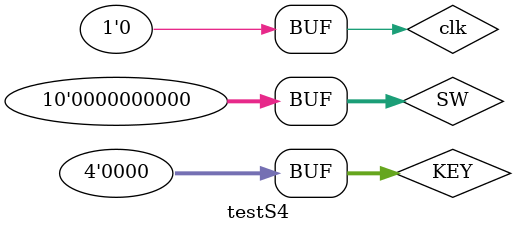
<source format=v>
`timescale 1ns/1ns

module testS4;
	reg clk = 0;
	reg [9:0]SW = 0;
	reg [3:0]KEY = 0;

	wire [9:0]LEDR;
	wire [6:0]HEX0;
	wire [6:0]HEX1;
	wire [6:0]HEX2;
	wire [6:0]HEX3;
	wire [6:0]HEX4;
	wire [6:0]HEX5;
	
	MyComputer mc(clk, LEDR, SW, KEY, HEX0, HEX1, HEX2, HEX3, HEX4, HEX5);	
	
	initial begin
		repeat (1000) #10 clk = !clk;
	end
	
	initial begin
		SW[9] = 1;
		# 5 SW[9] = 0;
	end
endmodule

//module testS4;
//	reg signed [7:0] x;
//	reg enable;
//	wire [6:0] H3,H2,H1,H0;
//	
//	Disp2cNum DUT (enable, x, H3, H2, H1, H0);
//	
//	initial begin
//		enable = 0;
//		x = 0;
//		#1
//		enable = 1;
//		#1
//		x = 5;
//		#1
//		x = -5;
//		#1
//		x = 12;
//		#1
//		x = -12;
//		#1
//		x = 123;
//		#1
//		x = -123;
//		#1
//		$stop;
//	end
//endmodule

</source>
